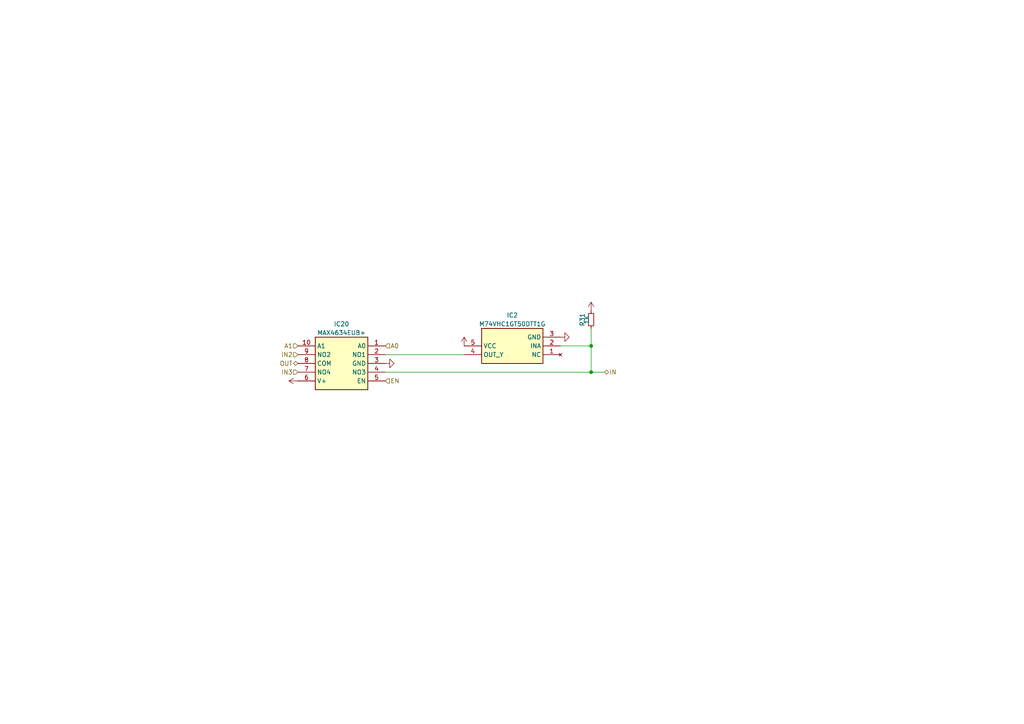
<source format=kicad_sch>
(kicad_sch (version 20230121) (generator eeschema)
  (paper "A4")
  (lib_symbols
    (symbol "Device:R_Small" (pin_numbers hide) (pin_names (offset 0.254) hide)
      (property "Reference" "R" (at 0.762 0.508 0))
      (property "Value" "R_Small" (at 0.762 -1.016 0))
      (symbol "R_Small_0_1"
        (rectangle (start -0.762 1.778) (end 0.762 -1.778) (stroke (width 0.2032)))
      )
      (symbol "R_Small_1_1"
        (pin passive line (at 0 2.54 270) (length 0.762) (name "~") (number "1"))
        (pin passive line (at 0 -2.54 90) (length 0.762) (name "~") (number "2"))
      )
    )
    (symbol "SamacSys_Parts:M74VHC1GT50DTT1G"
      (property "Reference" "IC" (at 24.13 7.62 0))
      (property "Value" "M74VHC1GT50DTT1G" (at 24.13 5.08 0))
      (symbol "M74VHC1GT50DTT1G_1_1"
        (rectangle (start 5.08 2.54) (end 22.86 -7.62) (stroke (width 0.254)) (fill (type background)))
        (pin no_connect line (at 0 0 0) (length 5.08) (name "NC") (number "1"))
        (pin input line (at 0 -2.54 0) (length 5.08) (name "INA") (number "2"))
        (pin power_in line (at 0 -5.08 0) (length 5.08) (name "GND") (number "3"))
        (pin output line (at 27.94 0 180) (length 5.08) (name "OUT_Y") (number "4"))
        (pin power_in line (at 27.94 -2.54 180) (length 5.08) (name "VCC") (number "5"))
      )
    )
    (symbol "SamacSys_Parts:MAX4634EUB+"
      (property "Reference" "IC" (at 21.59 7.62 0))
      (property "Value" "MAX4634EUB+" (at 21.59 5.08 0))
      (symbol "MAX4634EUB+_1_1"
        (rectangle (start 5.08 2.54) (end 20.32 -12.7) (stroke (width 0.254)) (fill (type background)))
        (pin passive line (at 0 0 0) (length 5.08) (name "A0") (number "1"))
        (pin passive line (at 25.4 0 180) (length 5.08) (name "A1") (number "10"))
        (pin passive line (at 0 -2.54 0) (length 5.08) (name "NO1") (number "2"))
        (pin passive line (at 0 -5.08 0) (length 5.08) (name "GND") (number "3"))
        (pin passive line (at 0 -7.62 0) (length 5.08) (name "NO3") (number "4"))
        (pin passive line (at 0 -10.16 0) (length 5.08) (name "EN") (number "5"))
        (pin passive line (at 25.4 -10.16 180) (length 5.08) (name "V+") (number "6"))
        (pin passive line (at 25.4 -7.62 180) (length 5.08) (name "NO4") (number "7"))
        (pin passive line (at 25.4 -5.08 180) (length 5.08) (name "COM") (number "8"))
        (pin passive line (at 25.4 -2.54 180) (length 5.08) (name "NO2") (number "9"))
      )
    )
    (symbol "power:+3.3V" (power) (pin_names (offset 0))
      (property "Value" "+3.3V" (at 0 3.556 0))
      (symbol "+3.3V_0_1"
        (polyline (pts (xy -0.762 1.27) (xy 0 2.54)))
        (polyline (pts (xy 0 0) (xy 0 2.54)))
        (polyline (pts (xy 0 2.54) (xy 0.762 1.27)))
      )
      (symbol "+3.3V_1_1"
        (pin power_in line (at 0 0 90) (length 0) hide (name "+3.3V") (number "1"))
      )
    )
    (symbol "power:GND" (power) (pin_names (offset 0))
      (property "Value" "GND" (at 0 -3.81 0))
      (symbol "GND_0_1"
        (polyline (pts (xy 0 0) (xy 0 -1.27) (xy 1.27 -1.27) (xy 0 -2.54) (xy -1.27 -1.27) (xy 0 -1.27)))
      )
      (symbol "GND_1_1"
        (pin power_in line (at 0 0 270) (length 0) hide (name "GND") (number "1"))
      )
    )
  )
  (junction (at 171.45 100.33))
  (junction (at 171.45 107.95))
  (wire (pts (xy 175.26 107.95) (xy 171.45 107.95)))
  (wire (pts (xy 171.45 107.95) (xy 171.45 100.33)))
  (wire (pts (xy 111.76 107.95) (xy 171.45 107.95)))
  (wire (pts (xy 171.45 95.25) (xy 171.45 100.33)))
  (wire (pts (xy 111.76 102.87) (xy 134.62 102.87)))
  (wire (pts (xy 162.56 100.33) (xy 171.45 100.33)))
  (hierarchical_label "A1" (shape input) (at 86.36 100.33 180))
  (hierarchical_label "IN" (shape bidirectional) (at 175.26 107.95 0))
  (hierarchical_label "A0" (shape input) (at 111.76 100.33 0))
  (hierarchical_label "IN3" (shape input) (at 86.36 107.95 180))
  (hierarchical_label "OUT" (shape bidirectional) (at 86.36 105.41 180))
  (hierarchical_label "EN" (shape input) (at 111.76 110.49 0))
  (hierarchical_label "IN2" (shape input) (at 86.36 102.87 180))
  (symbol (lib_id "power:+3.3V") (at 134.62 100.33 0) (unit 1)
    (property "Reference" "#PWR026" (effects hide))
    (property "Value" "+3.3V" (effects hide))
    (instances (project "fNET_GPIO_board" (path "" (reference "#PWR026") (unit 1)) (path "" (reference "#PWR026") (unit 1)) (path "" (reference "#PWR028") (unit 1)) (path "" (reference "#PWR033") (unit 1)) (path "" (reference "#PWR035") (unit 1)) (path "" (reference "#PWR058") (unit 1)) (path "" (reference "#PWR065") (unit 1)) (path "" (reference "#PWR077") (unit 1)) (path "" (reference "#PWR079") (unit 1)) (path "" (reference "#PWR0115") (unit 1)) (path "" (reference "#PWR0130") (unit 1)) (path "" (reference "#PWR0118") (unit 1)) (path "" (reference "#PWR0109") (unit 1)) (path "" (reference "#PWR0112") (unit 1)) (path "" (reference "#PWR0121") (unit 1)) (path "" (reference "#PWR0127") (unit 1)) (path "" (reference "#PWR0124") (unit 1))) (project "armatron_power_board" (path "" (reference "#PWR0186") (unit 1))))
  )
  (symbol (lib_id "SamacSys_Parts:M74VHC1GT50DTT1G") (at 162.56 102.87 180) (unit 1)
    (property "Reference" "IC2" (at 148.59 91.44 0))
    (property "Value" "M74VHC1GT50DTT1G" (at 148.59 93.98 0))
    (property "Footprint" "SamacSys_Parts:SOT95P275X110-5N" (effects hide))
    (property "Datasheet" "https://datasheet.datasheetarchive.com/originals/distributors/Datasheets-23/DSA-450160.pdf" (effects hide))
    (property "Height" "1.1" (effects hide))
    (property "Mouser Part Number" "863-M74VHC1GT50DTT1G" (effects hide))
    (property "Mouser Price/Stock" "https://www.mouser.co.uk/ProductDetail/onsemi/M74VHC1GT50DTT1G?qs=3JMERSakeboVvTHAEtAJPA%3D%3D" (effects hide))
    (property "Manufacturer_Name" "onsemi" (effects hide))
    (property "Manufacturer_Part_Number" "M74VHC1GT50DTT1G" (effects hide))
    (instances (project "fNET_GPIO_board" (path "" (reference "IC2") (unit 1)) (path "" (reference "IC2") (unit 1)) (path "" (reference "IC3") (unit 1)) (path "" (reference "IC4") (unit 1)) (path "" (reference "IC5") (unit 1)) (path "" (reference "IC6") (unit 1)) (path "" (reference "IC7") (unit 1)) (path "" (reference "IC8") (unit 1)) (path "" (reference "IC9") (unit 1)) (path "" (reference "IC14") (unit 1)) (path "" (reference "IC19") (unit 1)) (path "" (reference "IC15") (unit 1)) (path "" (reference "IC12") (unit 1)) (path "" (reference "IC13") (unit 1)) (path "" (reference "IC16") (unit 1)) (path "" (reference "IC18") (unit 1)) (path "" (reference "IC17") (unit 1))) (project "armatron_power_board" (path "" (reference "IC12") (unit 1))))
  )
  (symbol (lib_id "Device:R_Small") (at 171.45 92.71 0) (unit 1)
    (property "Reference" "R31" (at 168.91 92.71 90))
    (property "Value" "1K" (at 170.18 92.71 90))
    (property "Footprint" "Resistor_SMD:R_0805_2012Metric_Pad1.20x1.40mm_HandSolder" (effects hide))
    (instances (project "fNET_GPIO_board" (path "" (reference "R31") (unit 1)) (path "" (reference "R7") (unit 1)) (path "" (reference "R8") (unit 1)) (path "" (reference "R9") (unit 1)) (path "" (reference "R10") (unit 1)) (path "" (reference "R11") (unit 1)) (path "" (reference "R16") (unit 1)) (path "" (reference "R17") (unit 1)) (path "" (reference "R20") (unit 1)) (path "" (reference "R23") (unit 1)) (path "" (reference "R28") (unit 1)) (path "" (reference "R24") (unit 1)) (path "" (reference "R21") (unit 1)) (path "" (reference "R22") (unit 1)) (path "" (reference "R25") (unit 1)) (path "" (reference "R27") (unit 1)) (path "" (reference "R26") (unit 1))))
  )
  (symbol (lib_id "power:GND") (at 111.76 105.41 90) (mirror x) (unit 1)
    (property "Reference" "#PWR027" (effects hide))
    (property "Value" "GND" (effects hide))
    (instances (project "fNET_GPIO_board" (path "" (reference "#PWR027") (unit 1)) (path "" (reference "#PWR0150") (unit 1)) (path "" (reference "#PWR0151") (unit 1)) (path "" (reference "#PWR0152") (unit 1)) (path "" (reference "#PWR0153") (unit 1)) (path "" (reference "#PWR0154") (unit 1)) (path "" (reference "#PWR0155") (unit 1)) (path "" (reference "#PWR0156") (unit 1)) (path "" (reference "#PWR0157") (unit 1)) (path "" (reference "#PWR0160") (unit 1)) (path "" (reference "#PWR0165") (unit 1)) (path "" (reference "#PWR0161") (unit 1)) (path "" (reference "#PWR0158") (unit 1)) (path "" (reference "#PWR0159") (unit 1)) (path "" (reference "#PWR0162") (unit 1)) (path "" (reference "#PWR0164") (unit 1)) (path "" (reference "#PWR0163") (unit 1))) (project "armatron_power_board" (path "" (reference "#PWR0190") (unit 1))))
  )
  (symbol (lib_id "power:+3.3V") (at 86.36 110.49 90) (mirror x) (unit 1)
    (property "Reference" "#PWR026" (effects hide))
    (property "Value" "+3.3V" (effects hide))
    (instances (project "fNET_GPIO_board" (path "" (reference "#PWR026") (unit 1)) (path "" (reference "#PWR0134") (unit 1)) (path "" (reference "#PWR0135") (unit 1)) (path "" (reference "#PWR0136") (unit 1)) (path "" (reference "#PWR0137") (unit 1)) (path "" (reference "#PWR0138") (unit 1)) (path "" (reference "#PWR0139") (unit 1)) (path "" (reference "#PWR0140") (unit 1)) (path "" (reference "#PWR0141") (unit 1)) (path "" (reference "#PWR0144") (unit 1)) (path "" (reference "#PWR0149") (unit 1)) (path "" (reference "#PWR0145") (unit 1)) (path "" (reference "#PWR0142") (unit 1)) (path "" (reference "#PWR0143") (unit 1)) (path "" (reference "#PWR0146") (unit 1)) (path "" (reference "#PWR0148") (unit 1)) (path "" (reference "#PWR0147") (unit 1))) (project "armatron_power_board" (path "" (reference "#PWR0186") (unit 1))))
  )
  (symbol (lib_id "power:+3.3V") (at 171.45 90.17 0) (unit 1)
    (property "Reference" "#PWR026" (effects hide))
    (property "Value" "+3.3V" (effects hide))
    (instances (project "fNET_GPIO_board" (path "" (reference "#PWR026") (unit 1)) (path "" (reference "#PWR088") (unit 1)) (path "" (reference "#PWR089") (unit 1)) (path "" (reference "#PWR090") (unit 1)) (path "" (reference "#PWR091") (unit 1)) (path "" (reference "#PWR092") (unit 1)) (path "" (reference "#PWR093") (unit 1)) (path "" (reference "#PWR094") (unit 1)) (path "" (reference "#PWR095") (unit 1)) (path "" (reference "#PWR0117") (unit 1)) (path "" (reference "#PWR0133") (unit 1)) (path "" (reference "#PWR0120") (unit 1)) (path "" (reference "#PWR0111") (unit 1)) (path "" (reference "#PWR0114") (unit 1)) (path "" (reference "#PWR0123") (unit 1)) (path "" (reference "#PWR0129") (unit 1)) (path "" (reference "#PWR0126") (unit 1))) (project "armatron_power_board" (path "" (reference "#PWR0186") (unit 1))))
  )
  (symbol (lib_id "power:GND") (at 162.56 97.79 90) (unit 1)
    (property "Reference" "#PWR027" (effects hide))
    (property "Value" "GND" (effects hide))
    (instances (project "fNET_GPIO_board" (path "" (reference "#PWR027") (unit 1)) (path "" (reference "#PWR027") (unit 1)) (path "" (reference "#PWR029") (unit 1)) (path "" (reference "#PWR034") (unit 1)) (path "" (reference "#PWR057") (unit 1)) (path "" (reference "#PWR064") (unit 1)) (path "" (reference "#PWR066") (unit 1)) (path "" (reference "#PWR078") (unit 1)) (path "" (reference "#PWR080") (unit 1)) (path "" (reference "#PWR0116") (unit 1)) (path "" (reference "#PWR0132") (unit 1)) (path "" (reference "#PWR0119") (unit 1)) (path "" (reference "#PWR0110") (unit 1)) (path "" (reference "#PWR0113") (unit 1)) (path "" (reference "#PWR0122") (unit 1)) (path "" (reference "#PWR0128") (unit 1)) (path "" (reference "#PWR0125") (unit 1))) (project "armatron_power_board" (path "" (reference "#PWR0190") (unit 1))))
  )
  (symbol (lib_id "SamacSys_Parts:MAX4634EUB+") (at 111.76 100.33 0) (mirror y) (unit 1)
    (property "Reference" "IC20" (at 99.06 93.98 0))
    (property "Value" "MAX4634EUB+" (at 99.06 96.52 0))
    (property "Footprint" "SOP50P490X110-10N" (effects hide))
    (property "Datasheet" "https://datasheet.datasheetarchive.com/originals/distributors/SFDatasheet-4/sf-00086518.pdf" (effects hide))
    (property "Height" "1.1" (effects hide))
    (property "Mouser Part Number" "700-MAX4634EUB" (effects hide))
    (property "Mouser Price/Stock" "https://www.mouser.co.uk/ProductDetail/Maxim-Integrated/MAX4634EUB%2b?qs=1THa7WoU59GL0BddHgvfzA%3D%3D" (effects hide))
    (property "Manufacturer_Name" "Analog Devices" (effects hide))
    (property "Manufacturer_Part_Number" "MAX4634EUB+" (effects hide))
    (instances (project "fNET_GPIO_board" (path "" (reference "IC20") (unit 1)) (path "" (reference "IC21") (unit 1)) (path "" (reference "IC22") (unit 1)) (path "" (reference "IC23") (unit 1)) (path "" (reference "IC24") (unit 1)) (path "" (reference "IC25") (unit 1)) (path "" (reference "IC26") (unit 1)) (path "" (reference "IC27") (unit 1)) (path "" (reference "IC28") (unit 1)) (path "" (reference "IC29") (unit 1)) (path "" (reference "IC30") (unit 1)) (path "" (reference "IC31") (unit 1)) (path "" (reference "IC32") (unit 1)) (path "" (reference "IC33") (unit 1)) (path "" (reference "IC34") (unit 1)) (path "" (reference "IC35") (unit 1))))
  )
)
</source>
